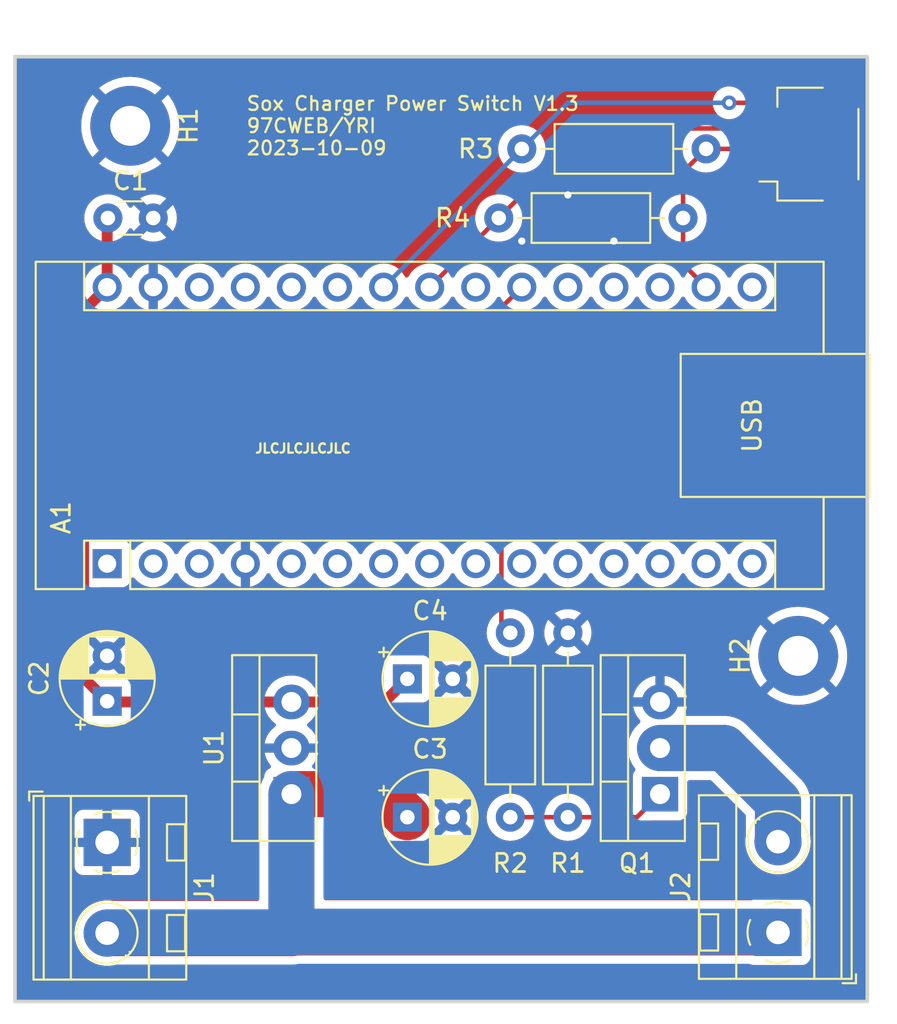
<source format=kicad_pcb>
(kicad_pcb (version 20221018) (generator pcbnew)
  (layers (0 "F.Cu" signal) (31 "B.Cu" signal) (34 "B.Paste" user) (35 "F.Paste" user) (36 "B.SilkS" user "B.Silkscreen") (37 "F.SilkS" user "F.Silkscreen") (38 "B.Mask" user) (39 "F.Mask" user) (44 "Edge.Cuts" user))
  (net 0 "")
  (net 4 "GND")
  (net 17 "+3.3V")
  (net 21 "Net-(A1-A2)")
  (net 23 "To SDA")
  (net 24 "To SCL")
  (net 29 "+5V")
  (net 30 "+20V")
  (net 31 "Net-(Q1-G)")
  (net 32 "From Batt")
  (footprint "Resistor_THT:R_Axial_DIN0207_L6.3mm_D2.5mm_P10.16mm_Horizontal" (layer "F.Cu") (at 151.13 69.85)
    (fp_text reference "R4" (at -2.54 0) (layer "F.SilkS"))
    (fp_text value "10k")
    (pad "1" thru_hole circle (at 0 0) (size 1.6 1.6) (drill 0.8) (layers "*.Cu" "*.Mask") (net 23 "To SDA"))
    (pad "2" thru_hole oval (at 10.16 0) (size 1.6 1.6) (drill 0.8) (layers "*.Cu" "*.Mask") (net 17 "+3.3V"))
  )
  (footprint "Resistor_THT:R_Axial_DIN0207_L6.3mm_D2.5mm_P10.16mm_Horizontal" (layer "F.Cu") (at 151.765 102.87 90)
    (fp_text reference "R2" (at -2.54 0 180) (layer "F.SilkS"))
    (fp_text value "1k")
    (pad "1" thru_hole circle (at 0 0 90) (size 1.6 1.6) (drill 0.8) (layers "*.Cu" "*.Mask") (net 31 "Net-(Q1-G)"))
    (pad "2" thru_hole oval (at 10.16 0 90) (size 1.6 1.6) (drill 0.8) (layers "*.Cu" "*.Mask") (net 21 "Net-(A1-A2)"))
  )
  (footprint "MountingHole:MountingHole_2.2mm_M2_Pad" (layer "F.Cu") (at 167.64 93.98 90)
    (fp_text reference "H2" (at 0 -3.2 90) (layer "F.SilkS"))
    (fp_text value "MountingHole_Pad")
    (pad "1" thru_hole circle (at 0 0 90) (size 4.4 4.4) (drill 2.2) (layers "*.Cu" "*.Mask") (net 4 "GND"))
  )
  (footprint "User_Library:C_Disc_D3.0mm_W1.6mm_P2.50mm" (layer "F.Cu") (at 129.58 69.85)
    (fp_text reference "C1" (at 1.25 -2.05) (layer "F.SilkS"))
    (fp_text value "0.1uF")
    (pad "1" thru_hole circle (at 0 0) (size 1.6 1.6) (drill 0.8) (layers "*.Cu" "*.Mask") (net 29 "+5V"))
    (pad "2" thru_hole circle (at 2.5 0) (size 1.6 1.6) (drill 0.8) (layers "*.Cu" "*.Mask") (net 4 "GND"))
  )
  (footprint "Connector_JST:JST_SH_SM04B-SRSS-TB_1x04-1MP_P1.00mm_Horizontal" (layer "F.Cu") (at 168.275 65.78 90)
    (fp_text reference "J3" hide)
    (fp_text value "Conn_01x04_Female")
    (pad "1" smd roundrect (at -1.5 -2 90) (size 0.6 1.55) (layers "F.Cu" "F.Paste" "F.Mask") (net 4 "GND"))
    (pad "2" smd roundrect (at -0.5 -2 90) (size 0.6 1.55) (layers "F.Cu" "F.Paste" "F.Mask") (net 17 "+3.3V"))
    (pad "3" smd roundrect (at 0.5 -2 90) (size 0.6 1.55) (layers "F.Cu" "F.Paste" "F.Mask") (net 23 "To SDA"))
    (pad "4" smd roundrect (at 1.5 -2 90) (size 0.6 1.55) (layers "F.Cu" "F.Paste" "F.Mask") (net 24 "To SCL"))
    (pad "MP" smd roundrect (at -2.8 1.875 90) (size 1.2 1.8) (layers "F.Cu" "F.Paste" "F.Mask") (roundrect_rratio 0.2083333333))
    (pad "MP" smd roundrect (at 2.8 1.875 90) (size 1.2 1.8) (layers "F.Cu" "F.Paste" "F.Mask") (roundrect_rratio 0.2083333333))
  )
  (footprint "Capacitor_THT:CP_Radial_D5.0mm_P2.50mm" (layer "F.Cu") (at 129.54 96.48 90)
    (fp_text reference "C2" (at 1.25 -3.75 90) (layer "F.SilkS"))
    (fp_text value "100uF")
    (pad "1" thru_hole rect (at 0 0 90) (size 1.6 1.6) (drill 0.8) (layers "*.Cu" "*.Mask") (net 29 "+5V"))
    (pad "2" thru_hole circle (at 2.5 0 90) (size 1.6 1.6) (drill 0.8) (layers "*.Cu" "*.Mask") (net 4 "GND"))
  )
  (footprint "Package_TO_SOT_THT:TO-220-3_Vertical" (layer "F.Cu") (at 139.7 101.6 90)
    (fp_text reference "U1" (at 2.54 -4.27 90) (layer "F.SilkS"))
    (fp_text value "LM7805_TO220")
    (pad "1" thru_hole rect (at 0 0 90) (size 1.905 2) (drill 1.1) (layers "*.Cu" "*.Mask") (net 30 "+20V"))
    (pad "2" thru_hole oval (at 2.54 0 90) (size 1.905 2) (drill 1.1) (layers "*.Cu" "*.Mask") (net 4 "GND"))
    (pad "3" thru_hole oval (at 5.08 0 90) (size 1.905 2) (drill 1.1) (layers "*.Cu" "*.Mask") (net 29 "+5V"))
  )
  (footprint "Module:Arduino_Nano" (layer "F.Cu") (at 129.54 88.9 90)
    (fp_text reference "A1" (at 2.54 -2.54 90) (layer "F.SilkS"))
    (fp_text value "Arduino_Nano_v3.x")
    (fp_text user "USB" (at 7.62 35.56 90 unlocked) (layer "F.SilkS"))
    (pad "1" thru_hole rect (at 0 0 90) (size 1.6 1.6) (drill 1) (layers "*.Cu" "*.Mask"))
    (pad "2" thru_hole oval (at 0 2.54 90) (size 1.6 1.6) (drill 1) (layers "*.Cu" "*.Mask"))
    (pad "3" thru_hole oval (at 0 5.08 90) (size 1.6 1.6) (drill 1) (layers "*.Cu" "*.Mask"))
    (pad "4" thru_hole oval (at 0 7.62 90) (size 1.6 1.6) (drill 1) (layers "*.Cu" "*.Mask") (net 4 "GND"))
    (pad "5" thru_hole oval (at 0 10.16 90) (size 1.6 1.6) (drill 1) (layers "*.Cu" "*.Mask"))
    (pad "6" thru_hole oval (at 0 12.7 90) (size 1.6 1.6) (drill 1) (layers "*.Cu" "*.Mask"))
    (pad "7" thru_hole oval (at 0 15.24 90) (size 1.6 1.6) (drill 1) (layers "*.Cu" "*.Mask"))
    (pad "8" thru_hole oval (at 0 17.78 90) (size 1.6 1.6) (drill 1) (layers "*.Cu" "*.Mask"))
    (pad "9" thru_hole oval (at 0 20.32 90) (size 1.6 1.6) (drill 1) (layers "*.Cu" "*.Mask"))
    (pad "10" thru_hole oval (at 0 22.86 90) (size 1.6 1.6) (drill 1) (layers "*.Cu" "*.Mask"))
    (pad "11" thru_hole oval (at 0 25.4 90) (size 1.6 1.6) (drill 1) (layers "*.Cu" "*.Mask"))
    (pad "12" thru_hole oval (at 0 27.94 90) (size 1.6 1.6) (drill 1) (layers "*.Cu" "*.Mask"))
    (pad "13" thru_hole oval (at 0 30.48 90) (size 1.6 1.6) (drill 1) (layers "*.Cu" "*.Mask"))
    (pad "14" thru_hole oval (at 0 33.02 90) (size 1.6 1.6) (drill 1) (layers "*.Cu" "*.Mask"))
    (pad "15" thru_hole oval (at 0 35.56 90) (size 1.6 1.6) (drill 1) (layers "*.Cu" "*.Mask"))
    (pad "16" thru_hole oval (at 15.24 35.56 90) (size 1.6 1.6) (drill 1) (layers "*.Cu" "*.Mask"))
    (pad "17" thru_hole oval (at 15.24 33.02 90) (size 1.6 1.6) (drill 1) (layers "*.Cu" "*.Mask") (net 17 "+3.3V"))
    (pad "18" thru_hole oval (at 15.24 30.48 90) (size 1.6 1.6) (drill 1) (layers "*.Cu" "*.Mask"))
    (pad "19" thru_hole oval (at 15.24 27.94 90) (size 1.6 1.6) (drill 1) (layers "*.Cu" "*.Mask"))
    (pad "20" thru_hole oval (at 15.24 25.4 90) (size 1.6 1.6) (drill 1) (layers "*.Cu" "*.Mask"))
    (pad "21" thru_hole oval (at 15.24 22.86 90) (size 1.6 1.6) (drill 1) (layers "*.Cu" "*.Mask") (net 21 "Net-(A1-A2)"))
    (pad "22" thru_hole oval (at 15.24 20.32 90) (size 1.6 1.6) (drill 1) (layers "*.Cu" "*.Mask"))
    (pad "23" thru_hole oval (at 15.24 17.78 90) (size 1.6 1.6) (drill 1) (layers "*.Cu" "*.Mask") (net 23 "To SDA"))
    (pad "24" thru_hole oval (at 15.24 15.24 90) (size 1.6 1.6) (drill 1) (layers "*.Cu" "*.Mask") (net 24 "To SCL"))
    (pad "25" thru_hole oval (at 15.24 12.7 90) (size 1.6 1.6) (drill 1) (layers "*.Cu" "*.Mask"))
    (pad "26" thru_hole oval (at 15.24 10.16 90) (size 1.6 1.6) (drill 1) (layers "*.Cu" "*.Mask"))
    (pad "27" thru_hole oval (at 15.24 7.62 90) (size 1.6 1.6) (drill 1) (layers "*.Cu" "*.Mask"))
    (pad "28" thru_hole oval (at 15.24 5.08 90) (size 1.6 1.6) (drill 1) (layers "*.Cu" "*.Mask"))
    (pad "29" thru_hole oval (at 15.24 2.54 90) (size 1.6 1.6) (drill 1) (layers "*.Cu" "*.Mask") (net 4 "GND"))
    (pad "30" thru_hole oval (at 15.24 0 90) (size 1.6 1.6) (drill 1) (layers "*.Cu" "*.Mask") (net 29 "+5V"))
  )
  (footprint "Capacitor_THT:CP_Radial_D5.0mm_P2.50mm" (layer "F.Cu") (at 146.09 102.87)
    (fp_text reference "C3" (at 1.25 -3.75) (layer "F.SilkS"))
    (fp_text value "1uF")
    (pad "1" thru_hole rect (at 0 0) (size 1.6 1.6) (drill 0.8) (layers "*.Cu" "*.Mask") (net 30 "+20V"))
    (pad "2" thru_hole circle (at 2.5 0) (size 1.6 1.6) (drill 0.8) (layers "*.Cu" "*.Mask") (net 4 "GND"))
  )
  (footprint "TerminalBlock_MetzConnect:TerminalBlock_MetzConnect_Type094_RT03502HBLU_1x02_P5.00mm_Horizontal" (layer "F.Cu") (at 166.525 109.22 90)
    (fp_text reference "J2" (at 2.5 -5.36 90) (layer "F.SilkS"))
    (fp_text value "Conn_01x02_Socket")
    (pad "1" thru_hole rect (at 0 0 90) (size 2.6 2.6) (drill 1.3) (layers "*.Cu" "*.Mask") (net 30 "+20V"))
    (pad "2" thru_hole circle (at 5 0 90) (size 2.6 2.6) (drill 1.3) (layers "*.Cu" "*.Mask") (net 32 "From Batt"))
  )
  (footprint "Resistor_THT:R_Axial_DIN0207_L6.3mm_D2.5mm_P10.16mm_Horizontal" (layer "F.Cu") (at 154.94 92.71 -90)
    (fp_text reference "R1" (at 12.7 0 -180) (layer "F.SilkS"))
    (fp_text value "100k")
    (pad "1" thru_hole circle (at 0 0 270) (size 1.6 1.6) (drill 0.8) (layers "*.Cu" "*.Mask") (net 4 "GND"))
    (pad "2" thru_hole oval (at 10.16 0 270) (size 1.6 1.6) (drill 0.8) (layers "*.Cu" "*.Mask") (net 31 "Net-(Q1-G)"))
  )
  (footprint "TerminalBlock_MetzConnect:TerminalBlock_MetzConnect_Type094_RT03502HBLU_1x02_P5.00mm_Horizontal" (layer "F.Cu") (at 129.54 104.26 -90)
    (fp_text reference "J1" (at 2.5 -5.36 90) (layer "F.SilkS"))
    (fp_text value "Conn_01x02_Socket")
    (pad "1" thru_hole rect (at 0 0 270) (size 2.6 2.6) (drill 1.3) (layers "*.Cu" "*.Mask") (net 4 "GND"))
    (pad "2" thru_hole circle (at 5 0 270) (size 2.6 2.6) (drill 1.3) (layers "*.Cu" "*.Mask") (net 30 "+20V"))
  )
  (footprint "Capacitor_THT:CP_Radial_D5.0mm_P2.50mm" (layer "F.Cu") (at 146.09 95.25)
    (fp_text reference "C4" (at 1.25 -3.75) (layer "F.SilkS"))
    (fp_text value "1uF")
    (pad "1" thru_hole rect (at 0 0) (size 1.6 1.6) (drill 0.8) (layers "*.Cu" "*.Mask") (net 29 "+5V"))
    (pad "2" thru_hole circle (at 2.5 0) (size 1.6 1.6) (drill 0.8) (layers "*.Cu" "*.Mask") (net 4 "GND"))
  )
  (footprint "Resistor_THT:R_Axial_DIN0207_L6.3mm_D2.5mm_P10.16mm_Horizontal" (layer "F.Cu") (at 152.4 66.04)
    (fp_text reference "R3" (at -2.54 0) (layer "F.SilkS"))
    (fp_text value "10k")
    (pad "1" thru_hole circle (at 0 0) (size 1.6 1.6) (drill 0.8) (layers "*.Cu" "*.Mask") (net 24 "To SCL"))
    (pad "2" thru_hole oval (at 10.16 0) (size 1.6 1.6) (drill 0.8) (layers "*.Cu" "*.Mask") (net 17 "+3.3V"))
  )
  (footprint "MountingHole:MountingHole_2.2mm_M2_Pad" (layer "F.Cu") (at 130.81 64.77 -90)
    (fp_text reference "H1" (at 0 -3.2 90) (layer "F.SilkS"))
    (fp_text value "MountingHole_Pad")
    (pad "1" thru_hole circle (at 0 0 270) (size 4.4 4.4) (drill 2.2) (layers "*.Cu" "*.Mask") (net 4 "GND"))
  )
  (footprint "Package_TO_SOT_THT:TO-220-3_Vertical" (layer "F.Cu") (at 160.02 101.6 90)
    (fp_text reference "Q1" (at -3.81 -1.27 180) (layer "F.SilkS"))
    (fp_text value "IRLZ44N")
    (pad "1" thru_hole rect (at 0 0 90) (size 1.905 2) (drill 1.1) (layers "*.Cu" "*.Mask") (net 31 "Net-(Q1-G)"))
    (pad "2" thru_hole oval (at 2.54 0 90) (size 1.905 2) (drill 1.1) (layers "*.Cu" "*.Mask") (net 32 "From Batt"))
    (pad "3" thru_hole oval (at 5.08 0 90) (size 1.905 2) (drill 1.1) (layers "*.Cu" "*.Mask") (net 4 "GND"))
  )
  (gr_rect (start 124.46 60.96) (end 171.45 113.03) (stroke (width 0.2)) (fill none) (layer "Edge.Cuts"))
  (gr_text "JLCJLCJLCJLC" (at 140.335 82.55) (layer "F.SilkS") (effects (font (size 0.508 0.508) (thickness 0.127))))
  (gr_text "Sox Charger Power Switch V1.3\n97CWEB/YRI\n2023-10-09" (at 137.16 64.77) (layer "F.SilkS") (effects (font (size 0.762 0.762) (thickness 0.127)) (justify left)))
  (via (at 157.48 71.12) (size 0.8) (drill 0.4) (layers "F.Cu" "B.Cu") (net 4))
  (via (at 154.94 68.58) (size 0.8) (drill 0.4) (layers "F.Cu" "B.Cu") (net 4))
  (via (at 152.4 71.12) (size 0.8) (drill 0.4) (layers "F.Cu" "B.Cu") (net 4))
  (segment (start 166.275 66.28) (end 166.035 66.04) (width 0.25) (layer "F.Cu") (net 17))
  (segment (start 161.29 69.85) (end 161.29 67.31) (width 0.25) (layer "F.Cu") (net 17))
  (segment (start 161.29 67.31) (end 162.56 66.04) (width 0.25) (layer "F.Cu") (net 17))
  (segment (start 166.035 66.04) (end 162.56 66.04) (width 0.25) (layer "F.Cu") (net 17))
  (segment (start 161.29 72.39) (end 162.56 73.66) (width 0.25) (layer "F.Cu") (net 17))
  (segment (start 161.29 69.85) (end 161.29 72.39) (width 0.25) (layer "F.Cu") (net 17))
  (segment (start 151.275 92.22) (end 151.275 91.585) (width 0.25) (layer "F.Cu") (net 21))
  (segment (start 151.765 92.71) (end 151.275 92.22) (width 0.25) (layer "F.Cu") (net 21))
  (segment (start 151.275 91.585) (end 151.275 74.785) (width 0.25) (layer "F.Cu") (net 21))
  (segment (start 151.275 74.785) (end 152.4 73.66) (width 0.25) (layer "F.Cu") (net 21))
  (segment (start 165.91 64.915) (end 166.275 65.28) (width 0.25) (layer "F.Cu") (net 23))
  (segment (start 147.32 73.66) (end 156.065 64.915) (width 0.25) (layer "F.Cu") (net 23))
  (segment (start 156.065 64.915) (end 165.91 64.915) (width 0.25) (layer "F.Cu") (net 23))
  (segment (start 163.83 63.5) (end 164.86 63.5) (width 0.25) (layer "F.Cu") (net 24))
  (segment (start 164.86 63.5) (end 165.64 64.28) (width 0.25) (layer "F.Cu") (net 24))
  (via (at 163.83 63.5) (size 0.8) (drill 0.4) (layers "F.Cu" "B.Cu") (net 24))
  (segment (start 162.56 63.5) (end 163.83 63.5) (width 0.25) (layer "B.Cu") (net 24))
  (segment (start 154.94 63.5) (end 162.56 63.5) (width 0.25) (layer "B.Cu") (net 24))
  (segment (start 144.78 73.66) (end 154.94 63.5) (width 0.25) (layer "B.Cu") (net 24))
  (segment (start 128.24 74.96) (end 128.24 95.18) (width 0.6) (layer "F.Cu") (net 29))
  (segment (start 129.54 73.66) (end 129.54 69.89) (width 0.6) (layer "F.Cu") (net 29))
  (segment (start 139.7 96.52) (end 144.82 96.52) (width 0.6) (layer "F.Cu") (net 29))
  (segment (start 129.54 69.89) (end 129.58 69.85) (width 0.6) (layer "F.Cu") (net 29))
  (segment (start 129.54 73.66) (end 128.24 74.96) (width 0.6) (layer "F.Cu") (net 29))
  (segment (start 144.82 96.52) (end 146.09 95.25) (width 0.6) (layer "F.Cu") (net 29))
  (segment (start 139.7 96.52) (end 129.58 96.52) (width 0.6) (layer "F.Cu") (net 29))
  (segment (start 128.24 95.18) (end 129.54 96.48) (width 0.6) (layer "F.Cu") (net 29))
  (segment (start 129.58 96.52) (end 129.54 96.48) (width 0.6) (layer "F.Cu") (net 29))
  (segment (start 139.7 101.6) (end 144.82 101.6) (width 2.54) (layer "F.Cu") (net 30))
  (segment (start 166.525 109.22) (end 139.74 109.22) (width 2.54) (layer "F.Cu") (net 30))
  (segment (start 129.54 109.26) (end 139.7 109.26) (width 2.54) (layer "F.Cu") (net 30))
  (segment (start 144.82 101.6) (end 146.09 102.87) (width 2.54) (layer "F.Cu") (net 30))
  (segment (start 139.7 109.26) (end 139.7 101.6) (width 2.54) (layer "F.Cu") (net 30))
  (segment (start 139.7 104.14) (end 139.7 101.6) (width 2.54) (layer "B.Cu") (net 30))
  (segment (start 129.54 109.22) (end 139.7 109.22) (width 2.54) (layer "B.Cu") (net 30))
  (segment (start 166.525 109.18) (end 139.74 109.18) (width 2.54) (layer "B.Cu") (net 30))
  (segment (start 139.7 104.14) (end 139.7 109.22) (width 2.54) (layer "B.Cu") (net 30))
  (segment (start 154.94 102.87) (end 158.75 102.87) (width 0.25) (layer "F.Cu") (net 31))
  (segment (start 158.75 102.87) (end 160.02 101.6) (width 0.25) (layer "F.Cu") (net 31))
  (segment (start 154.94 102.87) (end 151.765 102.87) (width 0.25) (layer "F.Cu") (net 31))
  (segment (start 163.56 99.06) (end 166.525 102.025) (width 2.54) (layer "F.Cu") (net 32))
  (segment (start 160.02 99.06) (end 163.56 99.06) (width 2.54) (layer "F.Cu") (net 32))
  (segment (start 166.525 102.025) (end 166.525 104.22) (width 2.54) (layer "F.Cu") (net 32))
  (segment (start 166.525 102.025) (end 166.525 104.22) (width 2.54) (layer "B.Cu") (net 32))
  (segment (start 163.56 99.06) (end 166.525 102.025) (width 2.54) (layer "B.Cu") (net 32))
  (segment (start 160.02 99.06) (end 163.56 99.06) (width 2.54) (layer "B.Cu") (net 32))
  (zone (net 4) (net_name "GND") (layers "F&B.Cu") (connect_pads (clearance 0.5)) (min_thickness 0.25) (fill yes (thermal_gap 0.5) (thermal_bridge_width 0.5))
    (polygon (pts (xy 171.45 113.03) (xy 124.46 113.03) (xy 124.46 60.96) (xy 171.45 60.96)))
  )
)
</source>
